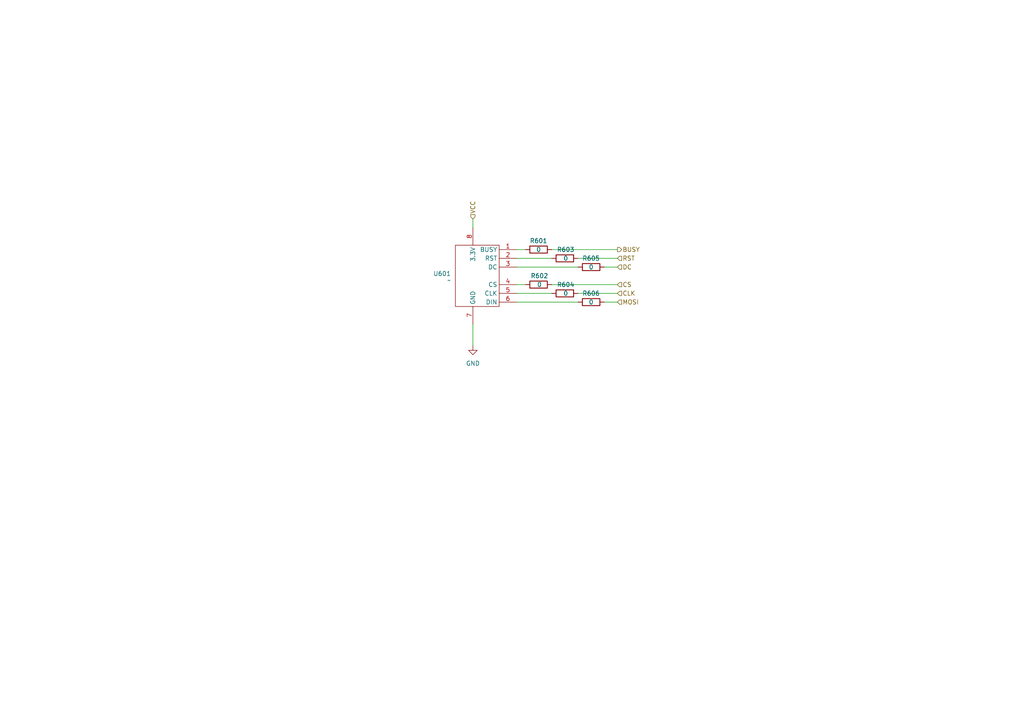
<source format=kicad_sch>
(kicad_sch (version 20231120) (generator "eeschema") (generator_version "8.0")
  (paper "A4")
  (title_block (title "Pouch 2") (date "2024-08-30") (company "Frankfurt University") (comment 2 "Author: Leon Schnieber"))
  (lib_symbols
    (symbol "Device:R" (pin_numbers hide) (pin_names (offset 0))
      (property "Reference" "R" (at 2.032 0 90))
      (property "Value" "R" (at 0 0 90))
      (symbol "R_0_1"
        (rectangle (start -1.016 -2.54) (end 1.016 2.54) (stroke (width 0.254)))
      )
      (symbol "R_1_1"
        (pin passive line (at 0 3.81 270) (length 1.27) (name "~") (number "1"))
        (pin passive line (at 0 -3.81 90) (length 1.27) (name "~") (number "2"))
      )
    )
    (symbol "SensorBoards:DEBO_eInk"
      (property "Reference" "U" (at 0 0 0))
      (symbol "DEBO_eInk_0_1"
        (rectangle (start -6.35 19.05) (end 6.35 1.27))
      )
      (symbol "DEBO_eInk_1_1"
        (pin bidirectional line (at 11.43 17.78 180) (length 5.08) (name "BUSY") (number "1"))
        (pin input line (at 11.43 15.24 180) (length 5.08) (name "RST") (number "2"))
        (pin bidirectional line (at 11.43 12.7 180) (length 5.08) (name "DC") (number "3"))
        (pin input line (at 11.43 7.62 180) (length 5.08) (name "CS") (number "4"))
        (pin input line (at 11.43 5.08 180) (length 5.08) (name "CLK") (number "5"))
        (pin input line (at 11.43 2.54 180) (length 5.08) (name "DIN") (number "6"))
        (pin power_in line (at -1.27 -3.81 90) (length 5.08) (name "GND") (number "7"))
        (pin power_in line (at -1.27 24.13 270) (length 5.08) (name "3.3V") (number "8"))
      )
    )
    (symbol "power:GND" (power) (pin_names (offset 0))
      (property "Value" "GND" (at 0 -3.81 0))
      (symbol "GND_0_1"
        (polyline (pts (xy 0 0) (xy 0 -1.27) (xy 1.27 -1.27) (xy 0 -2.54) (xy -1.27 -1.27) (xy 0 -1.27)))
      )
      (symbol "GND_1_1"
        (pin power_in line (at 0 0 270) (length 0) hide (name "GND") (number "1"))
      )
    )
  )
  (wire (pts (xy 137.16 93.98) (xy 137.16 100.33)))
  (wire (pts (xy 149.86 87.63) (xy 167.64 87.63)))
  (wire (pts (xy 175.26 87.63) (xy 179.07 87.63)))
  (wire (pts (xy 149.86 74.93) (xy 160.02 74.93)))
  (wire (pts (xy 160.02 72.39) (xy 179.07 72.39)))
  (wire (pts (xy 137.16 66.04) (xy 137.16 63.5)))
  (wire (pts (xy 175.26 77.47) (xy 179.07 77.47)))
  (wire (pts (xy 167.64 85.09) (xy 179.07 85.09)))
  (wire (pts (xy 167.64 74.93) (xy 179.07 74.93)))
  (wire (pts (xy 149.86 85.09) (xy 160.02 85.09)))
  (wire (pts (xy 149.86 77.47) (xy 167.64 77.47)))
  (wire (pts (xy 149.86 82.55) (xy 152.4 82.55)))
  (wire (pts (xy 149.86 72.39) (xy 152.4 72.39)))
  (wire (pts (xy 160.02 82.55) (xy 179.07 82.55)))
  (hierarchical_label "RST" (shape input) (at 179.07 74.93 0))
  (hierarchical_label "CS" (shape input) (at 179.07 82.55 0))
  (hierarchical_label "BUSY" (shape output) (at 179.07 72.39 0))
  (hierarchical_label "DC" (shape input) (at 179.07 77.47 0))
  (hierarchical_label "MOSI" (shape input) (at 179.07 87.63 0))
  (hierarchical_label "CLK" (shape input) (at 179.07 85.09 0))
  (hierarchical_label "VCC" (shape input) (at 137.16 63.5 90))
  (symbol (lib_id "Device:R") (at 163.83 85.09 270) (unit 1)
    (property "Reference" "R604" (at 164.084 82.55 90))
    (property "Value" "0" (at 164.084 85.09 90))
    (property "Footprint" "Resistor_SMD:R_0805_2012Metric" (effects (hide yes)))
    (property "Description" "Resistor" (effects (hide yes)))
    (property "LCSC" "C17477" (effects (hide yes)))
    (property "MPN_Eurocircuit" "GPR08050R" (effects (hide yes)))
    (property "OrderStatus" "assembly" (effects (hide yes)))
  )
  (symbol (lib_id "Device:R") (at 163.83 74.93 270) (unit 1)
    (property "Reference" "R603" (at 164.084 72.39 90))
    (property "Value" "0" (at 164.084 74.93 90))
    (property "Footprint" "Resistor_SMD:R_0805_2012Metric" (effects (hide yes)))
    (property "Description" "Resistor" (effects (hide yes)))
    (property "LCSC" "C17477" (effects (hide yes)))
    (property "MPN_Eurocircuit" "GPR08050R" (effects (hide yes)))
    (property "OrderStatus" "assembly" (effects (hide yes)))
  )
  (symbol (lib_id "Device:R") (at 156.21 72.39 90) (unit 1)
    (property "Reference" "R601" (at 156.21 69.85 90))
    (property "Value" "0" (at 156.21 72.39 90))
    (property "Footprint" "Resistor_SMD:R_0805_2012Metric" (effects (hide yes)))
    (property "Description" "Resistor" (effects (hide yes)))
    (property "LCSC" "C17477" (effects (hide yes)))
    (property "MPN_Eurocircuit" "GPR08050R" (effects (hide yes)))
    (property "OrderStatus" "assembly" (effects (hide yes)))
  )
  (symbol (lib_id "SensorBoards:DEBO_eInk") (at 138.43 90.17 0) (unit 1)
    (property "Reference" "U601" (at 130.81 79.3749 0) (effects (justify right)))
    (property "Value" "~" (at 130.81 81.28 0) (effects (justify right)))
    (property "Footprint" "Connector_PinHeader_2.54mm:PinHeader_1x08_P2.54mm_Vertical" (effects (hide yes)))
    (property "OrderStatus" "manual" (effects (hide yes)))
  )
  (symbol (lib_id "power:GND") (at 137.16 100.33 0) (unit 1)
    (property "Reference" "#PWR0601" (effects (hide yes)))
    (property "Value" "GND" (at 137.16 105.41 0))
    (property "Description" "Power symbol creates a global label with name \"GND\" , ground" (effects (hide yes)))
  )
  (symbol (lib_id "Device:R") (at 171.45 87.63 90) (unit 1)
    (property "Reference" "R606" (at 171.45 85.09 90))
    (property "Value" "0" (at 171.45 87.63 90))
    (property "Footprint" "Resistor_SMD:R_0805_2012Metric" (effects (hide yes)))
    (property "Description" "Resistor" (effects (hide yes)))
    (property "LCSC" "C17477" (effects (hide yes)))
    (property "MPN_Eurocircuit" "GPR08050R" (effects (hide yes)))
    (property "OrderStatus" "assembly" (effects (hide yes)))
  )
  (symbol (lib_id "Device:R") (at 156.21 82.55 270) (unit 1)
    (property "Reference" "R602" (at 156.464 80.01 90))
    (property "Value" "0" (at 156.464 82.55 90))
    (property "Footprint" "Resistor_SMD:R_0805_2012Metric" (effects (hide yes)))
    (property "Description" "Resistor" (effects (hide yes)))
    (property "LCSC" "C17477" (effects (hide yes)))
    (property "MPN_Eurocircuit" "GPR08050R" (effects (hide yes)))
    (property "OrderStatus" "assembly" (effects (hide yes)))
  )
  (symbol (lib_id "Device:R") (at 171.45 77.47 90) (unit 1)
    (property "Reference" "R605" (at 171.45 74.93 90))
    (property "Value" "0" (at 171.45 77.47 90))
    (property "Footprint" "Resistor_SMD:R_0805_2012Metric" (effects (hide yes)))
    (property "Description" "Resistor" (effects (hide yes)))
    (property "LCSC" "C17477" (effects (hide yes)))
    (property "MPN_Eurocircuit" "GPR08050R" (effects (hide yes)))
    (property "OrderStatus" "assembly" (effects (hide yes)))
  )
)
</source>
